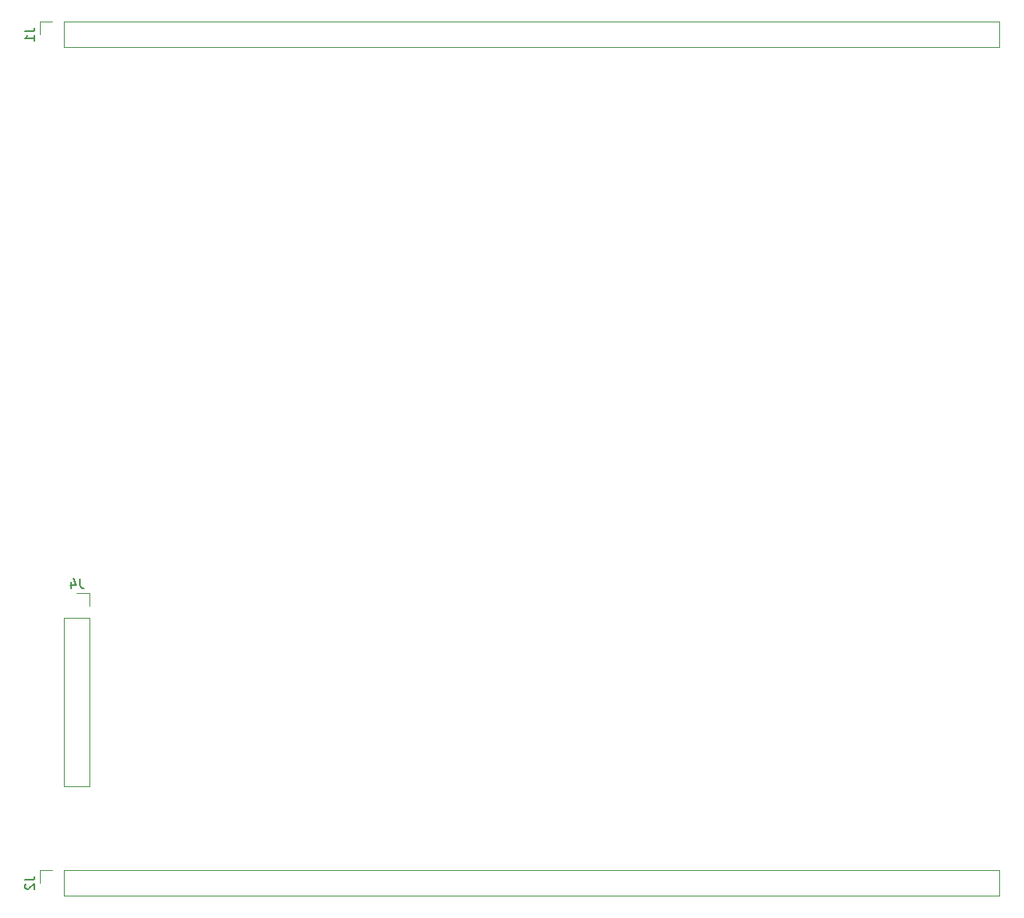
<source format=gbo>
G04 #@! TF.GenerationSoftware,KiCad,Pcbnew,(5.1.9)-1*
G04 #@! TF.CreationDate,2022-07-23T11:52:42-04:00*
G04 #@! TF.ProjectId,pc-sp,70632d73-702e-46b6-9963-61645f706362,1.1*
G04 #@! TF.SameCoordinates,Original*
G04 #@! TF.FileFunction,Legend,Bot*
G04 #@! TF.FilePolarity,Positive*
%FSLAX46Y46*%
G04 Gerber Fmt 4.6, Leading zero omitted, Abs format (unit mm)*
G04 Created by KiCad (PCBNEW (5.1.9)-1) date 2022-07-23 11:52:42*
%MOMM*%
%LPD*%
G01*
G04 APERTURE LIST*
%ADD10C,0.120000*%
%ADD11C,0.150000*%
%ADD12O,1.600000X1.600000*%
%ADD13R,1.600000X1.600000*%
%ADD14O,1.700000X1.700000*%
%ADD15R,1.700000X1.700000*%
G04 APERTURE END LIST*
D10*
X90330000Y-125710000D02*
X87670000Y-125710000D01*
X90330000Y-107870000D02*
X90330000Y-125710000D01*
X87670000Y-107870000D02*
X87670000Y-125710000D01*
X90330000Y-107870000D02*
X87670000Y-107870000D01*
X90330000Y-106600000D02*
X90330000Y-105270000D01*
X90330000Y-105270000D02*
X89000000Y-105270000D01*
X85070000Y-134670000D02*
X85070000Y-136000000D01*
X86400000Y-134670000D02*
X85070000Y-134670000D01*
X87670000Y-134670000D02*
X87670000Y-137330000D01*
X87670000Y-137330000D02*
X186790000Y-137330000D01*
X87670000Y-134670000D02*
X186790000Y-134670000D01*
X186790000Y-134670000D02*
X186790000Y-137330000D01*
X85070000Y-44670000D02*
X85070000Y-46000000D01*
X86400000Y-44670000D02*
X85070000Y-44670000D01*
X87670000Y-44670000D02*
X87670000Y-47330000D01*
X87670000Y-47330000D02*
X186790000Y-47330000D01*
X87670000Y-44670000D02*
X186790000Y-44670000D01*
X186790000Y-44670000D02*
X186790000Y-47330000D01*
D11*
X89333333Y-103722380D02*
X89333333Y-104436666D01*
X89380952Y-104579523D01*
X89476190Y-104674761D01*
X89619047Y-104722380D01*
X89714285Y-104722380D01*
X88428571Y-104055714D02*
X88428571Y-104722380D01*
X88666666Y-103674761D02*
X88904761Y-104389047D01*
X88285714Y-104389047D01*
X83522380Y-135666666D02*
X84236666Y-135666666D01*
X84379523Y-135619047D01*
X84474761Y-135523809D01*
X84522380Y-135380952D01*
X84522380Y-135285714D01*
X83617619Y-136095238D02*
X83570000Y-136142857D01*
X83522380Y-136238095D01*
X83522380Y-136476190D01*
X83570000Y-136571428D01*
X83617619Y-136619047D01*
X83712857Y-136666666D01*
X83808095Y-136666666D01*
X83950952Y-136619047D01*
X84522380Y-136047619D01*
X84522380Y-136666666D01*
X83522380Y-45666666D02*
X84236666Y-45666666D01*
X84379523Y-45619047D01*
X84474761Y-45523809D01*
X84522380Y-45380952D01*
X84522380Y-45285714D01*
X84522380Y-46666666D02*
X84522380Y-46095238D01*
X84522380Y-46380952D02*
X83522380Y-46380952D01*
X83665238Y-46285714D01*
X83760476Y-46190476D01*
X83808095Y-46095238D01*
%LPC*%
D12*
X120000000Y-81620000D03*
X102220000Y-74000000D03*
X117460000Y-81620000D03*
X104760000Y-74000000D03*
X114920000Y-81620000D03*
X107300000Y-74000000D03*
X112380000Y-81620000D03*
X109840000Y-74000000D03*
X109840000Y-81620000D03*
X112380000Y-74000000D03*
X107300000Y-81620000D03*
X114920000Y-74000000D03*
X104760000Y-81620000D03*
X117460000Y-74000000D03*
X102220000Y-81620000D03*
D13*
X120000000Y-74000000D03*
D12*
X146400000Y-81710000D03*
X128620000Y-74090000D03*
X143860000Y-81710000D03*
X131160000Y-74090000D03*
X141320000Y-81710000D03*
X133700000Y-74090000D03*
X138780000Y-81710000D03*
X136240000Y-74090000D03*
X136240000Y-81710000D03*
X138780000Y-74090000D03*
X133700000Y-81710000D03*
X141320000Y-74090000D03*
X131160000Y-81710000D03*
X143860000Y-74090000D03*
X128620000Y-81710000D03*
D13*
X146400000Y-74090000D03*
D14*
X89000000Y-124380000D03*
X89000000Y-121840000D03*
X89000000Y-119300000D03*
X89000000Y-116760000D03*
X89000000Y-114220000D03*
X89000000Y-111680000D03*
X89000000Y-109140000D03*
D15*
X89000000Y-106600000D03*
D12*
X166420000Y-83600000D03*
X158800000Y-98840000D03*
X166420000Y-86140000D03*
X158800000Y-96300000D03*
X166420000Y-88680000D03*
X158800000Y-93760000D03*
X166420000Y-91220000D03*
X158800000Y-91220000D03*
X166420000Y-93760000D03*
X158800000Y-88680000D03*
X166420000Y-96300000D03*
X158800000Y-86140000D03*
X166420000Y-98840000D03*
D13*
X158800000Y-83600000D03*
D12*
X122860000Y-127870000D03*
X100000000Y-120250000D03*
X120320000Y-127870000D03*
X102540000Y-120250000D03*
X117780000Y-127870000D03*
X105080000Y-120250000D03*
X115240000Y-127870000D03*
X107620000Y-120250000D03*
X112700000Y-127870000D03*
X110160000Y-120250000D03*
X110160000Y-127870000D03*
X112700000Y-120250000D03*
X107620000Y-127870000D03*
X115240000Y-120250000D03*
X105080000Y-127870000D03*
X117780000Y-120250000D03*
X102540000Y-127870000D03*
X120320000Y-120250000D03*
X100000000Y-127870000D03*
D13*
X122860000Y-120250000D03*
D12*
X181210000Y-83520000D03*
X173590000Y-98760000D03*
X181210000Y-86060000D03*
X173590000Y-96220000D03*
X181210000Y-88600000D03*
X173590000Y-93680000D03*
X181210000Y-91140000D03*
X173590000Y-91140000D03*
X181210000Y-93680000D03*
X173590000Y-88600000D03*
X181210000Y-96220000D03*
X173590000Y-86060000D03*
X181210000Y-98760000D03*
D13*
X173590000Y-83520000D03*
D12*
X120000000Y-107750000D03*
X102220000Y-100130000D03*
X117460000Y-107750000D03*
X104760000Y-100130000D03*
X114920000Y-107750000D03*
X107300000Y-100130000D03*
X112380000Y-107750000D03*
X109840000Y-100130000D03*
X109840000Y-107750000D03*
X112380000Y-100130000D03*
X107300000Y-107750000D03*
X114920000Y-100130000D03*
X104760000Y-107750000D03*
X117460000Y-100130000D03*
X102220000Y-107750000D03*
D13*
X120000000Y-100130000D03*
D12*
X146400000Y-107740000D03*
X128620000Y-100120000D03*
X143860000Y-107740000D03*
X131160000Y-100120000D03*
X141320000Y-107740000D03*
X133700000Y-100120000D03*
X138780000Y-107740000D03*
X136240000Y-100120000D03*
X136240000Y-107740000D03*
X138780000Y-100120000D03*
X133700000Y-107740000D03*
X141320000Y-100120000D03*
X131160000Y-107740000D03*
X143860000Y-100120000D03*
X128620000Y-107740000D03*
D13*
X146400000Y-100120000D03*
D12*
X122900000Y-61720000D03*
X100040000Y-54100000D03*
X120360000Y-61720000D03*
X102580000Y-54100000D03*
X117820000Y-61720000D03*
X105120000Y-54100000D03*
X115280000Y-61720000D03*
X107660000Y-54100000D03*
X112740000Y-61720000D03*
X110200000Y-54100000D03*
X110200000Y-61720000D03*
X112740000Y-54100000D03*
X107660000Y-61720000D03*
X115280000Y-54100000D03*
X105120000Y-61720000D03*
X117820000Y-54100000D03*
X102580000Y-61720000D03*
X120360000Y-54100000D03*
X100040000Y-61720000D03*
D13*
X122900000Y-54100000D03*
D14*
X185460000Y-136000000D03*
X182920000Y-136000000D03*
X180380000Y-136000000D03*
X177840000Y-136000000D03*
X175300000Y-136000000D03*
X172760000Y-136000000D03*
X170220000Y-136000000D03*
X167680000Y-136000000D03*
X165140000Y-136000000D03*
X162600000Y-136000000D03*
X160060000Y-136000000D03*
X157520000Y-136000000D03*
X154980000Y-136000000D03*
X152440000Y-136000000D03*
X149900000Y-136000000D03*
X147360000Y-136000000D03*
X144820000Y-136000000D03*
X142280000Y-136000000D03*
X139740000Y-136000000D03*
X137200000Y-136000000D03*
X134660000Y-136000000D03*
X132120000Y-136000000D03*
X129580000Y-136000000D03*
X127040000Y-136000000D03*
X124500000Y-136000000D03*
X121960000Y-136000000D03*
X119420000Y-136000000D03*
X116880000Y-136000000D03*
X114340000Y-136000000D03*
X111800000Y-136000000D03*
X109260000Y-136000000D03*
X106720000Y-136000000D03*
X104180000Y-136000000D03*
X101640000Y-136000000D03*
X99100000Y-136000000D03*
X96560000Y-136000000D03*
X94020000Y-136000000D03*
X91480000Y-136000000D03*
X88940000Y-136000000D03*
D15*
X86400000Y-136000000D03*
D14*
X185460000Y-46000000D03*
X182920000Y-46000000D03*
X180380000Y-46000000D03*
X177840000Y-46000000D03*
X175300000Y-46000000D03*
X172760000Y-46000000D03*
X170220000Y-46000000D03*
X167680000Y-46000000D03*
X165140000Y-46000000D03*
X162600000Y-46000000D03*
X160060000Y-46000000D03*
X157520000Y-46000000D03*
X154980000Y-46000000D03*
X152440000Y-46000000D03*
X149900000Y-46000000D03*
X147360000Y-46000000D03*
X144820000Y-46000000D03*
X142280000Y-46000000D03*
X139740000Y-46000000D03*
X137200000Y-46000000D03*
X134660000Y-46000000D03*
X132120000Y-46000000D03*
X129580000Y-46000000D03*
X127040000Y-46000000D03*
X124500000Y-46000000D03*
X121960000Y-46000000D03*
X119420000Y-46000000D03*
X116880000Y-46000000D03*
X114340000Y-46000000D03*
X111800000Y-46000000D03*
X109260000Y-46000000D03*
X106720000Y-46000000D03*
X104180000Y-46000000D03*
X101640000Y-46000000D03*
X99100000Y-46000000D03*
X96560000Y-46000000D03*
X94020000Y-46000000D03*
X91480000Y-46000000D03*
X88940000Y-46000000D03*
D15*
X86400000Y-46000000D03*
M02*

</source>
